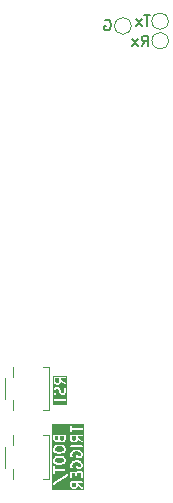
<source format=gbr>
%TF.GenerationSoftware,KiCad,Pcbnew,8.0.0*%
%TF.CreationDate,2024-05-13T20:24:03+10:00*%
%TF.ProjectId,JonoBro,4a6f6e6f-4272-46f2-9e6b-696361645f70,0.2*%
%TF.SameCoordinates,Original*%
%TF.FileFunction,Legend,Bot*%
%TF.FilePolarity,Positive*%
%FSLAX46Y46*%
G04 Gerber Fmt 4.6, Leading zero omitted, Abs format (unit mm)*
G04 Created by KiCad (PCBNEW 8.0.0) date 2024-05-13 20:24:03*
%MOMM*%
%LPD*%
G01*
G04 APERTURE LIST*
%ADD10C,0.150000*%
%ADD11C,0.120000*%
%ADD12C,0.900000*%
%ADD13C,8.600000*%
%ADD14C,2.500000*%
%ADD15C,0.650000*%
%ADD16O,2.100000X1.000000*%
%ADD17O,1.600000X1.000000*%
%ADD18C,3.200000*%
%ADD19R,2.000000X0.900000*%
%ADD20R,4.100000X4.100000*%
%ADD21C,4.100000*%
%ADD22C,1.000000*%
%ADD23C,0.750000*%
%ADD24R,0.900000X1.400000*%
G04 APERTURE END LIST*
D10*
G36*
X5619327Y16779520D02*
G01*
X5618503Y16775799D01*
X5619361Y16770932D01*
X5619786Y16665469D01*
X5591099Y16606172D01*
X5565561Y16579637D01*
X5506264Y16549016D01*
X5412929Y16548076D01*
X5354054Y16576560D01*
X5327519Y16602098D01*
X5296994Y16661210D01*
X5295976Y16913577D01*
X5618784Y16914086D01*
X5619327Y16779520D01*
G37*
G36*
X4504971Y19022241D02*
G01*
X4567282Y18961239D01*
X4598229Y18901311D01*
X4599283Y18765209D01*
X4570831Y18706398D01*
X4507976Y18642196D01*
X4368847Y18606298D01*
X4087452Y18605009D01*
X3941244Y18640393D01*
X3878933Y18701395D01*
X3847986Y18761324D01*
X3846932Y18897426D01*
X3875384Y18956236D01*
X3938239Y19020439D01*
X4077368Y19056337D01*
X4358763Y19057626D01*
X4504971Y19022241D01*
G37*
G36*
X4504971Y19965098D02*
G01*
X4567282Y19904096D01*
X4598229Y19844168D01*
X4599283Y19708066D01*
X4570831Y19649255D01*
X4507976Y19585053D01*
X4368847Y19549155D01*
X4087452Y19547866D01*
X3941244Y19583250D01*
X3878933Y19644252D01*
X3847986Y19704181D01*
X3846932Y19840283D01*
X3875384Y19899093D01*
X3938239Y19963296D01*
X4077368Y19999194D01*
X4358763Y20000483D01*
X4504971Y19965098D01*
G37*
G36*
X4599409Y20608326D02*
G01*
X4570722Y20549029D01*
X4545184Y20522494D01*
X4485886Y20491873D01*
X4392552Y20490933D01*
X4333676Y20519417D01*
X4310405Y20541813D01*
X4276639Y20639964D01*
X4275644Y20857109D01*
X4598405Y20857618D01*
X4599409Y20608326D01*
G37*
G36*
X4127962Y20651144D02*
G01*
X4099293Y20591886D01*
X4073755Y20565351D01*
X4014323Y20534660D01*
X3963686Y20533933D01*
X3905105Y20562274D01*
X3878570Y20587812D01*
X3848036Y20646941D01*
X3847076Y20856434D01*
X4127019Y20856875D01*
X4127962Y20651144D01*
G37*
G36*
X5619327Y20722377D02*
G01*
X5618503Y20718656D01*
X5619361Y20713789D01*
X5619786Y20608326D01*
X5591099Y20549029D01*
X5565561Y20522494D01*
X5506264Y20491873D01*
X5412929Y20490933D01*
X5354054Y20519417D01*
X5327519Y20544955D01*
X5296994Y20604067D01*
X5295976Y20856434D01*
X5618784Y20856943D01*
X5619327Y20722377D01*
G37*
G36*
X6297057Y16299174D02*
G01*
X3555251Y16299174D01*
X3555251Y16817111D01*
X3655251Y16817111D01*
X3660930Y16788403D01*
X3677163Y16764054D01*
X3701478Y16747771D01*
X3730172Y16742032D01*
X3758880Y16747711D01*
X3771854Y16754628D01*
X4121824Y16988460D01*
X5147057Y16988460D01*
X5148392Y16657223D01*
X5147646Y16654984D01*
X5148446Y16643716D01*
X5148498Y16630971D01*
X5149529Y16628482D01*
X5149720Y16625794D01*
X5154975Y16612062D01*
X5198982Y16526844D01*
X5202554Y16518220D01*
X5204930Y16515324D01*
X5205664Y16513904D01*
X5207162Y16512605D01*
X5211881Y16506855D01*
X5256312Y16464094D01*
X5261787Y16457781D01*
X5264921Y16455808D01*
X5266103Y16454671D01*
X5267930Y16453914D01*
X5274230Y16449949D01*
X5350657Y16412974D01*
X5351817Y16411814D01*
X5360417Y16408252D01*
X5373676Y16401837D01*
X5376363Y16401647D01*
X5378853Y16400615D01*
X5393485Y16399174D01*
X5510898Y16400356D01*
X5512676Y16399763D01*
X5522683Y16400475D01*
X5536689Y16400615D01*
X5539178Y16401647D01*
X5541866Y16401837D01*
X5555598Y16407092D01*
X5640816Y16451100D01*
X5649439Y16454671D01*
X5652335Y16457048D01*
X5653755Y16457781D01*
X5655054Y16459280D01*
X5660804Y16463998D01*
X5703565Y16508430D01*
X5709878Y16513904D01*
X5711851Y16517039D01*
X5712988Y16518220D01*
X5713745Y16520048D01*
X5717710Y16526347D01*
X5754685Y16602776D01*
X5755845Y16603935D01*
X5759407Y16612535D01*
X5765822Y16625794D01*
X5766012Y16628482D01*
X5767044Y16630971D01*
X5767101Y16631559D01*
X6091861Y16405521D01*
X6120432Y16399191D01*
X6149250Y16404277D01*
X6173928Y16420003D01*
X6190710Y16443977D01*
X6197040Y16472548D01*
X6191954Y16501366D01*
X6176228Y16526045D01*
X6165067Y16535616D01*
X5767813Y16812110D01*
X5767401Y16914320D01*
X6136689Y16914901D01*
X6163725Y16926100D01*
X6184417Y16946792D01*
X6195616Y16973828D01*
X6195616Y17003092D01*
X6184417Y17030128D01*
X6163725Y17050820D01*
X6136689Y17062019D01*
X6122057Y17063460D01*
X5207425Y17062019D01*
X5180389Y17050820D01*
X5159697Y17030128D01*
X5148498Y17003092D01*
X5147057Y16988460D01*
X4121824Y16988460D01*
X4940371Y17535372D01*
X4956654Y17559687D01*
X4962393Y17588381D01*
X4956714Y17617089D01*
X4940482Y17641438D01*
X4916167Y17657721D01*
X4887472Y17663460D01*
X4858765Y17657781D01*
X4845791Y17650864D01*
X3677273Y16870120D01*
X3660990Y16845805D01*
X3655251Y16817111D01*
X3555251Y16817111D01*
X3555251Y18274174D01*
X3698108Y18274174D01*
X3699549Y17745256D01*
X3710748Y17718220D01*
X3731440Y17697528D01*
X3758476Y17686329D01*
X3787740Y17686329D01*
X3814776Y17697528D01*
X3835468Y17718220D01*
X3846667Y17745256D01*
X3848108Y17759888D01*
X3847991Y17802746D01*
X5147057Y17802746D01*
X5148498Y17359542D01*
X5159697Y17332506D01*
X5180389Y17311814D01*
X5207425Y17300615D01*
X5236689Y17300615D01*
X5263725Y17311814D01*
X5284417Y17332506D01*
X5295616Y17359542D01*
X5297057Y17374174D01*
X5295907Y17727863D01*
X5575968Y17728304D01*
X5577069Y17488114D01*
X5588268Y17461078D01*
X5608960Y17440386D01*
X5635996Y17429187D01*
X5665260Y17429187D01*
X5692296Y17440386D01*
X5712988Y17461078D01*
X5724187Y17488114D01*
X5725628Y17502746D01*
X5724593Y17728538D01*
X6047296Y17729047D01*
X6048498Y17359542D01*
X6059697Y17332506D01*
X6080389Y17311814D01*
X6107425Y17300615D01*
X6136689Y17300615D01*
X6163725Y17311814D01*
X6184417Y17332506D01*
X6195616Y17359542D01*
X6197057Y17374174D01*
X6195616Y17817378D01*
X6184417Y17844414D01*
X6163725Y17865106D01*
X6136689Y17876305D01*
X6122057Y17877746D01*
X5207425Y17876305D01*
X5180389Y17865106D01*
X5159697Y17844414D01*
X5148498Y17817378D01*
X5147057Y17802746D01*
X3847991Y17802746D01*
X3847611Y17942149D01*
X4687740Y17943472D01*
X4714776Y17954671D01*
X4735468Y17975363D01*
X4746667Y18002399D01*
X4746667Y18031663D01*
X4735468Y18058699D01*
X4714776Y18079391D01*
X4687740Y18090590D01*
X4673108Y18092031D01*
X3847206Y18090730D01*
X3846667Y18288806D01*
X3835468Y18315842D01*
X3814776Y18336534D01*
X3787740Y18347733D01*
X3758476Y18347733D01*
X3731440Y18336534D01*
X3710748Y18315842D01*
X3699549Y18288806D01*
X3698108Y18274174D01*
X3555251Y18274174D01*
X3555251Y18445603D01*
X5147057Y18445603D01*
X5148238Y18328190D01*
X5147646Y18326412D01*
X5148357Y18316405D01*
X5148498Y18302399D01*
X5149529Y18299910D01*
X5149720Y18297222D01*
X5154975Y18283490D01*
X5205664Y18185333D01*
X5227772Y18166160D01*
X5255533Y18156906D01*
X5284723Y18158980D01*
X5310898Y18172068D01*
X5330071Y18194175D01*
X5339325Y18221936D01*
X5337251Y18251126D01*
X5331996Y18264858D01*
X5296898Y18332824D01*
X5295917Y18430282D01*
X5328823Y18532251D01*
X5392135Y18596921D01*
X5457790Y18630826D01*
X5612125Y18670647D01*
X5722627Y18671759D01*
X5876690Y18634474D01*
X5946974Y18600470D01*
X6013121Y18535712D01*
X6047184Y18436700D01*
X6048073Y18374829D01*
X6015198Y18272953D01*
X6005927Y18263321D01*
X5810769Y18262427D01*
X5809901Y18374521D01*
X5798702Y18401557D01*
X5778010Y18422249D01*
X5750974Y18433448D01*
X5721710Y18433448D01*
X5694674Y18422249D01*
X5673982Y18401557D01*
X5662783Y18374521D01*
X5661342Y18359889D01*
X5662783Y18173829D01*
X5662783Y18173828D01*
X5673982Y18146792D01*
X5694674Y18126100D01*
X5721710Y18114901D01*
X5736342Y18113460D01*
X6050974Y18114901D01*
X6062172Y18119540D01*
X6078009Y18126099D01*
X6089374Y18135426D01*
X6124133Y18171543D01*
X6125183Y18172067D01*
X6130146Y18177790D01*
X6141560Y18189649D01*
X6142591Y18192140D01*
X6144357Y18194175D01*
X6150351Y18207600D01*
X6191801Y18336049D01*
X6195616Y18345257D01*
X6195986Y18349016D01*
X6196468Y18350509D01*
X6196327Y18352484D01*
X6197057Y18359889D01*
X6195821Y18445891D01*
X6196468Y18454983D01*
X6195639Y18458629D01*
X6195616Y18460235D01*
X6194857Y18462067D01*
X6193208Y18469320D01*
X6152759Y18586895D01*
X6152759Y18588806D01*
X6148878Y18598174D01*
X6144357Y18611317D01*
X6142590Y18613354D01*
X6141560Y18615842D01*
X6132233Y18627207D01*
X6045876Y18711751D01*
X6039469Y18719139D01*
X6036278Y18721148D01*
X6035153Y18722249D01*
X6033325Y18723007D01*
X6027026Y18726971D01*
X5945221Y18766549D01*
X5939807Y18770560D01*
X5928800Y18774493D01*
X5927580Y18775083D01*
X5927040Y18775122D01*
X5925961Y18775507D01*
X5758562Y18816019D01*
X5750974Y18819162D01*
X5741868Y18820059D01*
X5739987Y18820514D01*
X5738895Y18820352D01*
X5736342Y18820603D01*
X5611945Y18819352D01*
X5604126Y18820515D01*
X5595111Y18819182D01*
X5593139Y18819162D01*
X5592118Y18818740D01*
X5589581Y18818364D01*
X5423851Y18775603D01*
X5416533Y18775083D01*
X5405557Y18770883D01*
X5404306Y18770560D01*
X5403870Y18770238D01*
X5402801Y18769828D01*
X5317583Y18725822D01*
X5308960Y18722249D01*
X5306063Y18719873D01*
X5304644Y18719139D01*
X5303344Y18717641D01*
X5297595Y18712922D01*
X5220568Y18634243D01*
X5218931Y18633424D01*
X5212440Y18625941D01*
X5202553Y18615841D01*
X5201522Y18613353D01*
X5199757Y18611317D01*
X5193763Y18597891D01*
X5152312Y18469445D01*
X5148498Y18460235D01*
X5148127Y18456477D01*
X5147646Y18454983D01*
X5147786Y18453009D01*
X5147057Y18445603D01*
X3555251Y18445603D01*
X3555251Y18917031D01*
X3698108Y18917031D01*
X3699347Y18756937D01*
X3698697Y18754984D01*
X3699444Y18744464D01*
X3699549Y18730971D01*
X3700580Y18728482D01*
X3700771Y18725794D01*
X3706026Y18712062D01*
X3750033Y18626844D01*
X3753605Y18618220D01*
X3755981Y18615324D01*
X3756715Y18613904D01*
X3758213Y18612605D01*
X3762932Y18606855D01*
X3843775Y18527708D01*
X3846131Y18523782D01*
X3852935Y18518740D01*
X3860011Y18511813D01*
X3865164Y18509679D01*
X3869643Y18506360D01*
X3883489Y18501413D01*
X4050892Y18460900D01*
X4058476Y18457758D01*
X4067575Y18456862D01*
X4069463Y18456405D01*
X4070558Y18456569D01*
X4073108Y18456317D01*
X4368267Y18457669D01*
X4376754Y18456406D01*
X4385840Y18457750D01*
X4387740Y18457758D01*
X4388761Y18458181D01*
X4391298Y18458556D01*
X4554306Y18500615D01*
X4559167Y18500615D01*
X4567197Y18503942D01*
X4576572Y18506360D01*
X4581051Y18509680D01*
X4586203Y18511813D01*
X4597569Y18521141D01*
X4682111Y18607496D01*
X4689501Y18613904D01*
X4691509Y18617095D01*
X4692611Y18618220D01*
X4693368Y18620048D01*
X4697333Y18626347D01*
X4734308Y18702776D01*
X4735468Y18703935D01*
X4739030Y18712535D01*
X4745445Y18725794D01*
X4745635Y18728482D01*
X4746667Y18730971D01*
X4748108Y18745603D01*
X4746868Y18905698D01*
X4747519Y18907650D01*
X4746771Y18918171D01*
X4746667Y18931663D01*
X4745635Y18934153D01*
X4745445Y18936840D01*
X4740190Y18950572D01*
X4696183Y19035790D01*
X4692611Y19044413D01*
X4690234Y19047310D01*
X4689501Y19048729D01*
X4688002Y19050029D01*
X4683284Y19055778D01*
X4602440Y19134925D01*
X4600084Y19138852D01*
X4593275Y19143898D01*
X4586204Y19150820D01*
X4581053Y19152954D01*
X4576572Y19156274D01*
X4562726Y19161221D01*
X4395327Y19201733D01*
X4387740Y19204876D01*
X4378635Y19205773D01*
X4376754Y19206228D01*
X4375661Y19206066D01*
X4373108Y19206317D01*
X4077954Y19204966D01*
X4069463Y19206229D01*
X4060372Y19204885D01*
X4058476Y19204876D01*
X4057455Y19204454D01*
X4054918Y19204078D01*
X3891909Y19162019D01*
X3887047Y19162019D01*
X3879016Y19158693D01*
X3869643Y19156274D01*
X3865162Y19152954D01*
X3860011Y19150820D01*
X3848646Y19141493D01*
X3764102Y19055136D01*
X3756715Y19048729D01*
X3754706Y19045539D01*
X3753604Y19044412D01*
X3752846Y19042583D01*
X3748883Y19036286D01*
X3711907Y18959859D01*
X3710748Y18958699D01*
X3707185Y18950099D01*
X3700771Y18936840D01*
X3700580Y18934153D01*
X3699549Y18931663D01*
X3698108Y18917031D01*
X3555251Y18917031D01*
X3555251Y19345603D01*
X5147057Y19345603D01*
X5148238Y19228190D01*
X5147646Y19226412D01*
X5148357Y19216405D01*
X5148498Y19202399D01*
X5149529Y19199910D01*
X5149720Y19197222D01*
X5154975Y19183490D01*
X5205664Y19085333D01*
X5227772Y19066160D01*
X5255533Y19056906D01*
X5284723Y19058980D01*
X5310898Y19072068D01*
X5330071Y19094175D01*
X5339325Y19121936D01*
X5337251Y19151126D01*
X5331996Y19164858D01*
X5296898Y19232824D01*
X5295917Y19330282D01*
X5328823Y19432251D01*
X5392135Y19496921D01*
X5457790Y19530826D01*
X5612125Y19570647D01*
X5722627Y19571759D01*
X5876690Y19534474D01*
X5946974Y19500470D01*
X6013121Y19435712D01*
X6047184Y19336700D01*
X6048073Y19274829D01*
X6015198Y19172953D01*
X6005927Y19163321D01*
X5810769Y19162427D01*
X5809901Y19274521D01*
X5798702Y19301557D01*
X5778010Y19322249D01*
X5750974Y19333448D01*
X5721710Y19333448D01*
X5694674Y19322249D01*
X5673982Y19301557D01*
X5662783Y19274521D01*
X5661342Y19259889D01*
X5662783Y19073829D01*
X5662783Y19073828D01*
X5673982Y19046792D01*
X5694674Y19026100D01*
X5721710Y19014901D01*
X5736342Y19013460D01*
X6050974Y19014901D01*
X6062172Y19019540D01*
X6078009Y19026099D01*
X6089374Y19035426D01*
X6124133Y19071543D01*
X6125183Y19072067D01*
X6130146Y19077790D01*
X6141560Y19089649D01*
X6142591Y19092140D01*
X6144357Y19094175D01*
X6150351Y19107600D01*
X6191801Y19236049D01*
X6195616Y19245257D01*
X6195986Y19249016D01*
X6196468Y19250509D01*
X6196327Y19252484D01*
X6197057Y19259889D01*
X6195821Y19345891D01*
X6196468Y19354983D01*
X6195639Y19358629D01*
X6195616Y19360235D01*
X6194857Y19362067D01*
X6193208Y19369320D01*
X6152759Y19486895D01*
X6152759Y19488806D01*
X6148878Y19498174D01*
X6144357Y19511317D01*
X6142590Y19513354D01*
X6141560Y19515842D01*
X6132233Y19527207D01*
X6045876Y19611751D01*
X6039469Y19619139D01*
X6036278Y19621148D01*
X6035153Y19622249D01*
X6033325Y19623007D01*
X6027026Y19626971D01*
X5945221Y19666549D01*
X5939807Y19670560D01*
X5928800Y19674493D01*
X5927580Y19675083D01*
X5927040Y19675122D01*
X5925961Y19675507D01*
X5758562Y19716019D01*
X5750974Y19719162D01*
X5741868Y19720059D01*
X5739987Y19720514D01*
X5738895Y19720352D01*
X5736342Y19720603D01*
X5611945Y19719352D01*
X5604126Y19720515D01*
X5595111Y19719182D01*
X5593139Y19719162D01*
X5592118Y19718740D01*
X5589581Y19718364D01*
X5423851Y19675603D01*
X5416533Y19675083D01*
X5405557Y19670883D01*
X5404306Y19670560D01*
X5403870Y19670238D01*
X5402801Y19669828D01*
X5317583Y19625822D01*
X5308960Y19622249D01*
X5306063Y19619873D01*
X5304644Y19619139D01*
X5303344Y19617641D01*
X5297595Y19612922D01*
X5220568Y19534243D01*
X5218931Y19533424D01*
X5212440Y19525941D01*
X5202553Y19515841D01*
X5201522Y19513353D01*
X5199757Y19511317D01*
X5193763Y19497891D01*
X5152312Y19369445D01*
X5148498Y19360235D01*
X5148127Y19356477D01*
X5147646Y19354983D01*
X5147786Y19353009D01*
X5147057Y19345603D01*
X3555251Y19345603D01*
X3555251Y19859888D01*
X3698108Y19859888D01*
X3699347Y19699794D01*
X3698697Y19697841D01*
X3699444Y19687321D01*
X3699549Y19673828D01*
X3700580Y19671339D01*
X3700771Y19668651D01*
X3706026Y19654919D01*
X3750033Y19569701D01*
X3753605Y19561077D01*
X3755981Y19558181D01*
X3756715Y19556761D01*
X3758213Y19555462D01*
X3762932Y19549712D01*
X3843775Y19470565D01*
X3846131Y19466639D01*
X3852935Y19461597D01*
X3860011Y19454670D01*
X3865164Y19452536D01*
X3869643Y19449217D01*
X3883489Y19444270D01*
X4050892Y19403757D01*
X4058476Y19400615D01*
X4067575Y19399719D01*
X4069463Y19399262D01*
X4070558Y19399426D01*
X4073108Y19399174D01*
X4368267Y19400526D01*
X4376754Y19399263D01*
X4385840Y19400607D01*
X4387740Y19400615D01*
X4388761Y19401038D01*
X4391298Y19401413D01*
X4554306Y19443472D01*
X4559167Y19443472D01*
X4567197Y19446799D01*
X4576572Y19449217D01*
X4581051Y19452537D01*
X4586203Y19454670D01*
X4597569Y19463998D01*
X4682111Y19550353D01*
X4689501Y19556761D01*
X4691509Y19559952D01*
X4692611Y19561077D01*
X4693368Y19562905D01*
X4697333Y19569204D01*
X4734308Y19645633D01*
X4735468Y19646792D01*
X4739030Y19655392D01*
X4745445Y19668651D01*
X4745635Y19671339D01*
X4746667Y19673828D01*
X4748108Y19688460D01*
X4746868Y19848555D01*
X4747519Y19850507D01*
X4746771Y19861028D01*
X4746667Y19874520D01*
X4745635Y19877010D01*
X4745445Y19879697D01*
X4740190Y19893429D01*
X4696183Y19978647D01*
X4692611Y19987270D01*
X4690234Y19990167D01*
X4689501Y19991586D01*
X4688002Y19992886D01*
X4683284Y19998635D01*
X4664847Y20016685D01*
X5148498Y20016685D01*
X5159697Y19989649D01*
X5180389Y19968957D01*
X5207425Y19957758D01*
X5222057Y19956317D01*
X6136689Y19957758D01*
X6163725Y19968957D01*
X6184417Y19989649D01*
X6195616Y20016685D01*
X6195616Y20045949D01*
X6184417Y20072985D01*
X6163725Y20093677D01*
X6136689Y20104876D01*
X6122057Y20106317D01*
X5207425Y20104876D01*
X5180389Y20093677D01*
X5159697Y20072985D01*
X5148498Y20045949D01*
X5148498Y20016685D01*
X4664847Y20016685D01*
X4602440Y20077782D01*
X4600084Y20081709D01*
X4593275Y20086755D01*
X4586204Y20093677D01*
X4581053Y20095811D01*
X4576572Y20099131D01*
X4562726Y20104078D01*
X4395327Y20144590D01*
X4387740Y20147733D01*
X4378635Y20148630D01*
X4376754Y20149085D01*
X4375661Y20148923D01*
X4373108Y20149174D01*
X4077954Y20147823D01*
X4069463Y20149086D01*
X4060372Y20147742D01*
X4058476Y20147733D01*
X4057455Y20147311D01*
X4054918Y20146935D01*
X3891909Y20104876D01*
X3887047Y20104876D01*
X3879016Y20101550D01*
X3869643Y20099131D01*
X3865162Y20095811D01*
X3860011Y20093677D01*
X3848646Y20084350D01*
X3764102Y19997993D01*
X3756715Y19991586D01*
X3754706Y19988396D01*
X3753604Y19987269D01*
X3752846Y19985440D01*
X3748883Y19979143D01*
X3711907Y19902716D01*
X3710748Y19901556D01*
X3707185Y19892956D01*
X3700771Y19879697D01*
X3700580Y19877010D01*
X3699549Y19874520D01*
X3698108Y19859888D01*
X3555251Y19859888D01*
X3555251Y20931317D01*
X3698108Y20931317D01*
X3699428Y20642894D01*
X3698697Y20640698D01*
X3699490Y20629536D01*
X3699549Y20616685D01*
X3700580Y20614196D01*
X3700771Y20611508D01*
X3706026Y20597776D01*
X3750033Y20512558D01*
X3753605Y20503934D01*
X3755981Y20501038D01*
X3756715Y20499618D01*
X3758213Y20498319D01*
X3762932Y20492569D01*
X3807363Y20449808D01*
X3812838Y20443495D01*
X3815972Y20441522D01*
X3817154Y20440385D01*
X3818981Y20439628D01*
X3825281Y20435663D01*
X3901708Y20398688D01*
X3902868Y20397528D01*
X3911468Y20393966D01*
X3924727Y20387551D01*
X3927414Y20387361D01*
X3929904Y20386329D01*
X3944536Y20384888D01*
X4019411Y20385964D01*
X4020870Y20385477D01*
X4029816Y20386113D01*
X4044883Y20386329D01*
X4047372Y20387361D01*
X4050060Y20387551D01*
X4063792Y20392806D01*
X4149010Y20436814D01*
X4157633Y20440385D01*
X4160529Y20442762D01*
X4161949Y20443495D01*
X4163248Y20444994D01*
X4168998Y20449712D01*
X4181501Y20462705D01*
X4182176Y20461077D01*
X4191503Y20449712D01*
X4235934Y20406951D01*
X4241409Y20400638D01*
X4244543Y20398665D01*
X4245725Y20397528D01*
X4247552Y20396771D01*
X4253852Y20392806D01*
X4330280Y20355831D01*
X4331440Y20354671D01*
X4340039Y20351109D01*
X4353299Y20344694D01*
X4355986Y20344504D01*
X4358476Y20343472D01*
X4373108Y20342031D01*
X4490520Y20343213D01*
X4492298Y20342620D01*
X4502305Y20343332D01*
X4516311Y20343472D01*
X4518800Y20344504D01*
X4521488Y20344694D01*
X4535220Y20349949D01*
X4620434Y20393955D01*
X4629060Y20397527D01*
X4631957Y20399906D01*
X4633377Y20400638D01*
X4634676Y20402137D01*
X4640425Y20406854D01*
X4683187Y20451286D01*
X4689501Y20456761D01*
X4691474Y20459896D01*
X4692611Y20461077D01*
X4693368Y20462905D01*
X4697333Y20469204D01*
X4734308Y20545633D01*
X4735468Y20546792D01*
X4739030Y20555392D01*
X4745445Y20568651D01*
X4745635Y20571339D01*
X4746667Y20573828D01*
X4748108Y20588460D01*
X4746726Y20931317D01*
X5147057Y20931317D01*
X5148392Y20600080D01*
X5147646Y20597841D01*
X5148446Y20586573D01*
X5148498Y20573828D01*
X5149529Y20571339D01*
X5149720Y20568651D01*
X5154975Y20554919D01*
X5198982Y20469701D01*
X5202554Y20461077D01*
X5204930Y20458181D01*
X5205664Y20456761D01*
X5207162Y20455462D01*
X5211881Y20449712D01*
X5256312Y20406951D01*
X5261787Y20400638D01*
X5264921Y20398665D01*
X5266103Y20397528D01*
X5267930Y20396771D01*
X5274230Y20392806D01*
X5350657Y20355831D01*
X5351817Y20354671D01*
X5360417Y20351109D01*
X5373676Y20344694D01*
X5376363Y20344504D01*
X5378853Y20343472D01*
X5393485Y20342031D01*
X5510898Y20343213D01*
X5512676Y20342620D01*
X5522683Y20343332D01*
X5536689Y20343472D01*
X5539178Y20344504D01*
X5541866Y20344694D01*
X5555598Y20349949D01*
X5640816Y20393957D01*
X5649439Y20397528D01*
X5652335Y20399905D01*
X5653755Y20400638D01*
X5655054Y20402137D01*
X5660804Y20406855D01*
X5703565Y20451287D01*
X5709878Y20456761D01*
X5711851Y20459896D01*
X5712988Y20461077D01*
X5713745Y20462905D01*
X5717710Y20469204D01*
X5754685Y20545633D01*
X5755845Y20546792D01*
X5759407Y20555392D01*
X5765822Y20568651D01*
X5766012Y20571339D01*
X5767044Y20573828D01*
X5767101Y20574416D01*
X6091861Y20348378D01*
X6120432Y20342048D01*
X6149250Y20347134D01*
X6173928Y20362860D01*
X6190710Y20386834D01*
X6197040Y20415405D01*
X6191954Y20444223D01*
X6176228Y20468902D01*
X6165067Y20478473D01*
X5767813Y20754967D01*
X5767401Y20857177D01*
X6136689Y20857758D01*
X6163725Y20868957D01*
X6184417Y20889649D01*
X6195616Y20916685D01*
X6195616Y20945949D01*
X6184417Y20972985D01*
X6163725Y20993677D01*
X6136689Y21004876D01*
X6122057Y21006317D01*
X5207425Y21004876D01*
X5180389Y20993677D01*
X5159697Y20972985D01*
X5148498Y20945949D01*
X5147057Y20931317D01*
X4746726Y20931317D01*
X4746667Y20945949D01*
X4735468Y20972985D01*
X4714776Y20993677D01*
X4687740Y21004876D01*
X4673108Y21006317D01*
X3758476Y21004876D01*
X3731440Y20993677D01*
X3710748Y20972985D01*
X3699549Y20945949D01*
X3698108Y20931317D01*
X3555251Y20931317D01*
X3555251Y21745602D01*
X5147057Y21745602D01*
X5148498Y21216684D01*
X5159697Y21189648D01*
X5180389Y21168956D01*
X5207425Y21157757D01*
X5236689Y21157757D01*
X5263725Y21168956D01*
X5284417Y21189648D01*
X5295616Y21216684D01*
X5297057Y21231316D01*
X5296560Y21413577D01*
X6136689Y21414900D01*
X6163725Y21426099D01*
X6184417Y21446791D01*
X6195616Y21473827D01*
X6195616Y21503091D01*
X6184417Y21530127D01*
X6163725Y21550819D01*
X6136689Y21562018D01*
X6122057Y21563459D01*
X5296155Y21562158D01*
X5295616Y21760234D01*
X5284417Y21787270D01*
X5263725Y21807962D01*
X5236689Y21819161D01*
X5207425Y21819161D01*
X5180389Y21807962D01*
X5159697Y21787270D01*
X5148498Y21760234D01*
X5147057Y21745602D01*
X3555251Y21745602D01*
X3555251Y21919161D01*
X6297057Y21919161D01*
X6297057Y16299174D01*
G37*
X11915601Y56517943D02*
X11401316Y56517943D01*
X11658458Y55617943D02*
X11658458Y56517943D01*
X11187030Y55617943D02*
X10715602Y56217943D01*
X11187030Y56217943D02*
X10715602Y55617943D01*
X11172744Y53867943D02*
X11472744Y54296515D01*
X11687030Y53867943D02*
X11687030Y54767943D01*
X11687030Y54767943D02*
X11344173Y54767943D01*
X11344173Y54767943D02*
X11258458Y54725086D01*
X11258458Y54725086D02*
X11215601Y54682229D01*
X11215601Y54682229D02*
X11172744Y54596515D01*
X11172744Y54596515D02*
X11172744Y54467943D01*
X11172744Y54467943D02*
X11215601Y54382229D01*
X11215601Y54382229D02*
X11258458Y54339372D01*
X11258458Y54339372D02*
X11344173Y54296515D01*
X11344173Y54296515D02*
X11687030Y54296515D01*
X10872744Y53867943D02*
X10401316Y54467943D01*
X10872744Y54467943D02*
X10401316Y53867943D01*
G36*
X4209327Y25618091D02*
G01*
X4208503Y25614370D01*
X4209361Y25609503D01*
X4209786Y25504040D01*
X4181099Y25444743D01*
X4155561Y25418208D01*
X4096264Y25387587D01*
X4002929Y25386647D01*
X3944054Y25415131D01*
X3917519Y25440669D01*
X3886994Y25499781D01*
X3885976Y25752148D01*
X4208784Y25752657D01*
X4209327Y25618091D01*
G37*
G36*
X4887057Y23510614D02*
G01*
X3637057Y23510614D01*
X3637057Y24198459D01*
X3737057Y24198459D01*
X3738498Y23669541D01*
X3749697Y23642505D01*
X3770389Y23621813D01*
X3797425Y23610614D01*
X3826689Y23610614D01*
X3853725Y23621813D01*
X3874417Y23642505D01*
X3885616Y23669541D01*
X3887057Y23684173D01*
X3886560Y23866434D01*
X4726689Y23867757D01*
X4753725Y23878956D01*
X4774417Y23899648D01*
X4785616Y23926684D01*
X4785616Y23955948D01*
X4774417Y23982984D01*
X4753725Y24003676D01*
X4726689Y24014875D01*
X4712057Y24016316D01*
X3886155Y24015015D01*
X3885616Y24213091D01*
X3874417Y24240127D01*
X3853725Y24260819D01*
X3826689Y24272018D01*
X3797425Y24272018D01*
X3770389Y24260819D01*
X3749697Y24240127D01*
X3738498Y24213091D01*
X3737057Y24198459D01*
X3637057Y24198459D01*
X3637057Y24798459D01*
X3737057Y24798459D01*
X3738398Y24585378D01*
X3737646Y24574794D01*
X3738488Y24571090D01*
X3738498Y24569542D01*
X3739256Y24567711D01*
X3740906Y24560457D01*
X3789757Y24418459D01*
X3808931Y24396352D01*
X3835104Y24383265D01*
X3864294Y24381190D01*
X3892056Y24390444D01*
X3914164Y24409618D01*
X3927251Y24435792D01*
X3929325Y24464982D01*
X3926065Y24479319D01*
X3887002Y24592864D01*
X3885832Y24778753D01*
X3914442Y24837891D01*
X3939980Y24864426D01*
X3999412Y24895117D01*
X4050049Y24895844D01*
X4108630Y24867503D01*
X4135165Y24841965D01*
X4168707Y24777011D01*
X4210628Y24614540D01*
X4211148Y24607222D01*
X4215347Y24596247D01*
X4215671Y24594995D01*
X4215993Y24594560D01*
X4216403Y24593490D01*
X4260409Y24508273D01*
X4263982Y24499648D01*
X4266358Y24496753D01*
X4267092Y24495332D01*
X4268591Y24494032D01*
X4273310Y24488282D01*
X4317742Y24445521D01*
X4323216Y24439209D01*
X4326350Y24437237D01*
X4327533Y24436098D01*
X4329362Y24435341D01*
X4335659Y24431377D01*
X4412086Y24394402D01*
X4413246Y24393242D01*
X4421846Y24389680D01*
X4435105Y24383265D01*
X4437792Y24383075D01*
X4440282Y24382043D01*
X4454914Y24380602D01*
X4529788Y24381678D01*
X4531247Y24381191D01*
X4540193Y24381827D01*
X4555260Y24382043D01*
X4557749Y24383075D01*
X4560437Y24383265D01*
X4574169Y24388520D01*
X4659383Y24432526D01*
X4668009Y24436098D01*
X4670906Y24438477D01*
X4672326Y24439209D01*
X4673625Y24440708D01*
X4679374Y24445425D01*
X4722136Y24489857D01*
X4728450Y24495332D01*
X4730423Y24498467D01*
X4731560Y24499648D01*
X4732317Y24501476D01*
X4736282Y24507775D01*
X4773257Y24584204D01*
X4774417Y24585363D01*
X4777979Y24593963D01*
X4784394Y24607222D01*
X4784584Y24609910D01*
X4785616Y24612399D01*
X4787057Y24627031D01*
X4785715Y24840109D01*
X4786468Y24850696D01*
X4785625Y24854401D01*
X4785616Y24855948D01*
X4784857Y24857780D01*
X4783208Y24865033D01*
X4734357Y25007030D01*
X4715183Y25029138D01*
X4689010Y25042224D01*
X4659820Y25044299D01*
X4632058Y25035045D01*
X4609950Y25015871D01*
X4596864Y24989698D01*
X4594789Y24960508D01*
X4598049Y24946171D01*
X4637111Y24832626D01*
X4638281Y24646738D01*
X4609671Y24587600D01*
X4584133Y24561065D01*
X4524700Y24530374D01*
X4474064Y24529647D01*
X4415483Y24557988D01*
X4388947Y24583527D01*
X4355405Y24648480D01*
X4313484Y24810951D01*
X4312965Y24818268D01*
X4308765Y24829244D01*
X4308442Y24830495D01*
X4308119Y24830931D01*
X4307710Y24832000D01*
X4263702Y24917219D01*
X4260131Y24925842D01*
X4257754Y24928739D01*
X4257021Y24930158D01*
X4255522Y24931458D01*
X4250804Y24937207D01*
X4206372Y24979969D01*
X4200898Y24986281D01*
X4197763Y24988255D01*
X4196582Y24989391D01*
X4194754Y24990149D01*
X4188455Y24994113D01*
X4112027Y25031089D01*
X4110868Y25032248D01*
X4102267Y25035811D01*
X4089009Y25042225D01*
X4086321Y25042416D01*
X4083832Y25043447D01*
X4069200Y25044888D01*
X3994324Y25043813D01*
X3992866Y25044299D01*
X3983919Y25043664D01*
X3968853Y25043447D01*
X3966363Y25042416D01*
X3963676Y25042225D01*
X3949944Y25036970D01*
X3864725Y24992963D01*
X3856103Y24989391D01*
X3853206Y24987015D01*
X3851787Y24986281D01*
X3850487Y24984783D01*
X3844738Y24980064D01*
X3801976Y24935633D01*
X3795664Y24930158D01*
X3793690Y24927024D01*
X3792554Y24925842D01*
X3791796Y24924015D01*
X3787832Y24917715D01*
X3750856Y24841287D01*
X3749697Y24840127D01*
X3746134Y24831528D01*
X3739720Y24818268D01*
X3739529Y24815581D01*
X3738498Y24813091D01*
X3737057Y24798459D01*
X3637057Y24798459D01*
X3637057Y25827031D01*
X3737057Y25827031D01*
X3738392Y25495794D01*
X3737646Y25493555D01*
X3738446Y25482287D01*
X3738498Y25469542D01*
X3739529Y25467053D01*
X3739720Y25464365D01*
X3744975Y25450633D01*
X3788982Y25365415D01*
X3792554Y25356791D01*
X3794930Y25353895D01*
X3795664Y25352475D01*
X3797162Y25351176D01*
X3801881Y25345426D01*
X3846312Y25302665D01*
X3851787Y25296352D01*
X3854921Y25294379D01*
X3856103Y25293242D01*
X3857930Y25292485D01*
X3864230Y25288520D01*
X3940657Y25251545D01*
X3941817Y25250385D01*
X3950417Y25246823D01*
X3963676Y25240408D01*
X3966363Y25240218D01*
X3968853Y25239186D01*
X3983485Y25237745D01*
X4100898Y25238927D01*
X4102676Y25238334D01*
X4112683Y25239046D01*
X4126689Y25239186D01*
X4129178Y25240218D01*
X4131866Y25240408D01*
X4145598Y25245663D01*
X4230816Y25289671D01*
X4239439Y25293242D01*
X4242335Y25295619D01*
X4243755Y25296352D01*
X4245054Y25297851D01*
X4250804Y25302569D01*
X4293565Y25347001D01*
X4299878Y25352475D01*
X4301851Y25355610D01*
X4302988Y25356791D01*
X4303745Y25358619D01*
X4307710Y25364918D01*
X4344685Y25441347D01*
X4345845Y25442506D01*
X4349407Y25451106D01*
X4355822Y25464365D01*
X4356012Y25467053D01*
X4357044Y25469542D01*
X4357101Y25470130D01*
X4681861Y25244092D01*
X4710432Y25237762D01*
X4739250Y25242848D01*
X4763928Y25258574D01*
X4780710Y25282548D01*
X4787040Y25311119D01*
X4781954Y25339937D01*
X4766228Y25364616D01*
X4755067Y25374187D01*
X4357813Y25650681D01*
X4357401Y25752891D01*
X4726689Y25753472D01*
X4753725Y25764671D01*
X4774417Y25785363D01*
X4785616Y25812399D01*
X4785616Y25841663D01*
X4774417Y25868699D01*
X4753725Y25889391D01*
X4726689Y25900590D01*
X4712057Y25902031D01*
X3797425Y25900590D01*
X3770389Y25889391D01*
X3749697Y25868699D01*
X3738498Y25841663D01*
X3737057Y25827031D01*
X3637057Y25827031D01*
X3637057Y26002031D01*
X4887057Y26002031D01*
X4887057Y23510614D01*
G37*
X8065601Y56088117D02*
X8151316Y56130974D01*
X8151316Y56130974D02*
X8279887Y56130974D01*
X8279887Y56130974D02*
X8408458Y56088117D01*
X8408458Y56088117D02*
X8494173Y56002403D01*
X8494173Y56002403D02*
X8537030Y55916689D01*
X8537030Y55916689D02*
X8579887Y55745260D01*
X8579887Y55745260D02*
X8579887Y55616689D01*
X8579887Y55616689D02*
X8537030Y55445260D01*
X8537030Y55445260D02*
X8494173Y55359546D01*
X8494173Y55359546D02*
X8408458Y55273831D01*
X8408458Y55273831D02*
X8279887Y55230974D01*
X8279887Y55230974D02*
X8194173Y55230974D01*
X8194173Y55230974D02*
X8065601Y55273831D01*
X8065601Y55273831D02*
X8022744Y55316689D01*
X8022744Y55316689D02*
X8022744Y55616689D01*
X8022744Y55616689D02*
X8194173Y55616689D01*
D11*
%TO.C,TP5*%
X13450000Y54350000D02*
G75*
G02*
X12050000Y54350000I-700000J0D01*
G01*
X12050000Y54350000D02*
G75*
G02*
X13450000Y54350000I700000J0D01*
G01*
%TO.C,TP4*%
X13439328Y56000000D02*
G75*
G02*
X12039328Y56000000I-700000J0D01*
G01*
X12039328Y56000000D02*
G75*
G02*
X13439328Y56000000I700000J0D01*
G01*
%TO.C,SW2*%
X-395000Y18200000D02*
X-395000Y19981250D01*
X255000Y20087500D02*
X255000Y20950000D01*
X255000Y17250000D02*
X255000Y18112500D01*
X3355000Y20950000D02*
X2805000Y20950000D01*
X3355000Y17250000D02*
X2805000Y17250000D01*
X3355000Y17250000D02*
X3355000Y20950000D01*
%TO.C,TP6*%
X10300000Y55600000D02*
G75*
G02*
X8900000Y55600000I-700000J0D01*
G01*
X8900000Y55600000D02*
G75*
G02*
X10300000Y55600000I700000J0D01*
G01*
%TO.C,SW1*%
X-400000Y24000000D02*
X-400000Y25781250D01*
X250000Y25887500D02*
X250000Y26750000D01*
X250000Y23050000D02*
X250000Y23912500D01*
X3350000Y26750000D02*
X2800000Y26750000D01*
X3350000Y23050000D02*
X2800000Y23050000D01*
X3350000Y23050000D02*
X3350000Y26750000D01*
%TD*%
%LPC*%
D12*
%TO.C,H4*%
X19150000Y-5150000D03*
X20094581Y-2869581D03*
X20094581Y-7430419D03*
X22375000Y-1925000D03*
D13*
X22375000Y-5150000D03*
D12*
X22375000Y-8375000D03*
X24655419Y-2869581D03*
X24655419Y-7430419D03*
X25600000Y-5150000D03*
%TD*%
D14*
%TO.C,H1*%
X26000000Y60625000D03*
%TD*%
%TO.C,H2*%
X21850000Y3100000D03*
%TD*%
D15*
%TO.C,J6*%
X6001472Y39040000D03*
X6001472Y33260000D03*
D16*
X6531472Y40470000D03*
D17*
X2351472Y40470000D03*
D16*
X6531472Y31830000D03*
D17*
X2351472Y31830000D03*
%TD*%
D12*
%TO.C,H3*%
X19155419Y69819581D03*
X20100000Y72100000D03*
X20100000Y67539162D03*
X22380419Y73044581D03*
D13*
X22380419Y69819581D03*
D12*
X22380419Y66594581D03*
X24660838Y72100000D03*
X24660838Y67539162D03*
X25605419Y69819581D03*
%TD*%
D18*
%TO.C,TP3*%
X3850000Y44052432D03*
%TD*%
D19*
%TO.C,J1*%
X41850000Y38750000D03*
X41850000Y25250000D03*
D20*
X35850000Y28400000D03*
D21*
X35850000Y35600000D03*
%TD*%
D19*
%TO.C,J3*%
X41800000Y59350000D03*
X41800000Y45850000D03*
D20*
X35800000Y49000000D03*
D21*
X35800000Y56200000D03*
%TD*%
D19*
%TO.C,J2*%
X41850000Y18100000D03*
X41850000Y4600000D03*
D20*
X35850000Y7750000D03*
D21*
X35850000Y14950000D03*
%TD*%
D19*
%TO.C,J4*%
X2800000Y15250000D03*
X2800000Y28750000D03*
D20*
X8800000Y18400000D03*
D21*
X8800000Y25600000D03*
%TD*%
D22*
%TO.C,TP5*%
X12750000Y54350000D03*
%TD*%
%TO.C,TP4*%
X12739328Y56000000D03*
%TD*%
D23*
%TO.C,SW2*%
X2555000Y19100000D03*
X730000Y19100000D03*
D24*
X1005000Y20900000D03*
X1005000Y17300000D03*
X2305000Y20900000D03*
X2305000Y17300000D03*
%TD*%
D22*
%TO.C,TP6*%
X9600000Y55600000D03*
%TD*%
D23*
%TO.C,SW1*%
X2550000Y24900000D03*
X725000Y24900000D03*
D24*
X1000000Y26700000D03*
X1000000Y23100000D03*
X2300000Y26700000D03*
X2300000Y23100000D03*
%TD*%
%LPD*%
M02*

</source>
